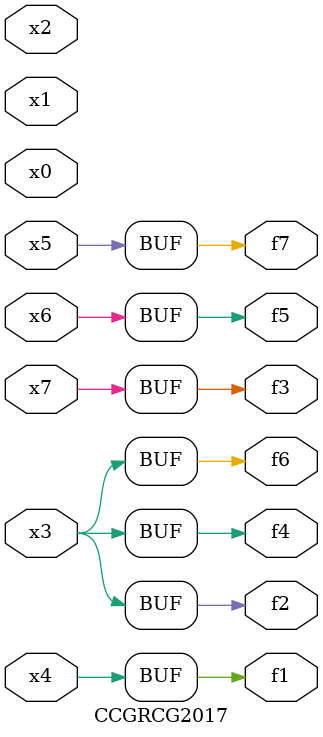
<source format=v>
module CCGRCG2017(
	input x0, x1, x2, x3, x4, x5, x6, x7,
	output f1, f2, f3, f4, f5, f6, f7
);
	assign f1 = x4;
	assign f2 = x3;
	assign f3 = x7;
	assign f4 = x3;
	assign f5 = x6;
	assign f6 = x3;
	assign f7 = x5;
endmodule

</source>
